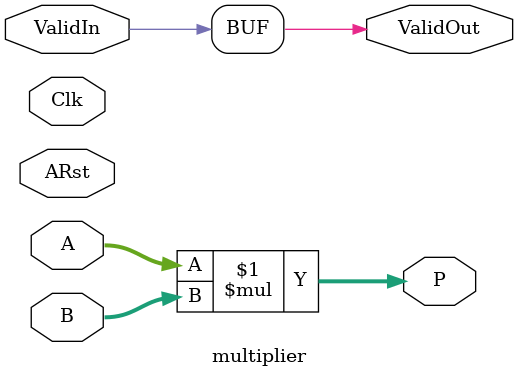
<source format=v>
`timescale 1ns/100ps

`default_nettype none
module multiplier #(
    parameter DATA_WIDTHA=17,
    parameter DATA_WIDTHB=17
) (
    input                                   Clk,
    input                                   ARst,
    input   [DATA_WIDTHA-1:0]               A,
    input   [DATA_WIDTHB-1:0]               B,
    input                                   ValidIn,
    output  [DATA_WIDTHA+DATA_WIDTHB-1:0]   P,
    output                                  ValidOut
);
    assign P = A * B;
    assign ValidOut = ValidIn;

endmodule
`default_nettype wire

</source>
